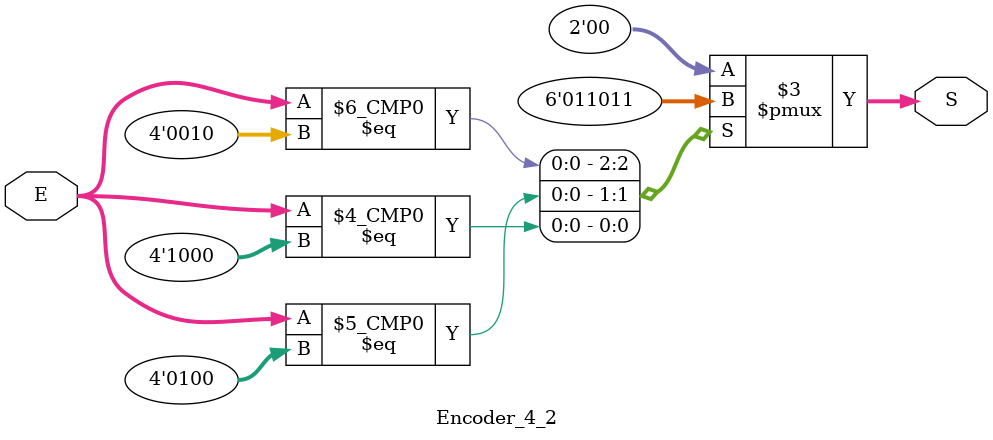
<source format=v>
module Encoder_4_2(
	input				[3:0]		E,
	output	reg	[1:0]		S
);

always @(E)
   case (E)
      4'b0001 	: S = 2'b00;
      4'b0010 	: S = 2'b01;
      4'b0100 	: S = 2'b10;
      4'b1000 	: S = 2'b11;
      default	: S = 2'b00;
   endcase
	
endmodule 
</source>
